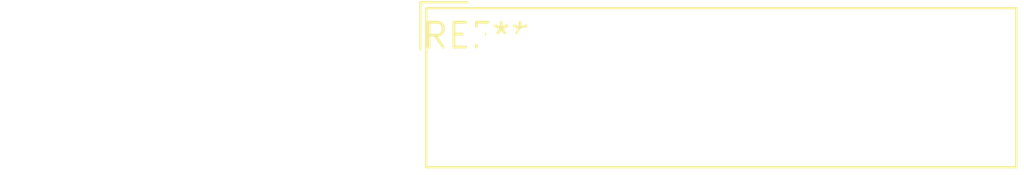
<source format=kicad_pcb>
(kicad_pcb (version 20240108) (generator pcbnew)
  (layers (0 "F.Cu" signal) (31 "B.Cu" signal) (34 "B.Paste" user) (35 "F.Paste" user) (36 "B.SilkS" user "B.Silkscreen") (37 "F.SilkS" user "F.Silkscreen") (38 "B.Mask" user) (39 "F.Mask" user) (44 "Edge.Cuts" user))
  (net 0 "")
  (footprint "Molex_SPOX_5268-11A_1x11_P2.50mm_Horizontal" (layer "F.Cu") (at 0 0)
    (property "Reference" "REF**")
    (property "Value" "Molex_SPOX_5268-11A_1x11_P2.50mm_Horizontal")
    (fp_line (start -2.86 -1.71) (end -0.45 -1.71) (layer "F.SilkS") (stroke (width 0.12)))
    (fp_line (start -2.86 0.7) (end -2.86 -1.71) (layer "F.SilkS") (stroke (width 0.12)))
    (fp_line (start -2.56 -1.41) (end -2.56 6.71) (layer "F.SilkS") (stroke (width 0.12)))
    (fp_line (start -2.56 6.71) (end 27.56 6.71) (layer "F.SilkS") (stroke (width 0.12)))
    (fp_line (start 27.56 -1.41) (end -2.56 -1.41) (layer "F.SilkS") (stroke (width 0.12)))
    (fp_line (start 27.56 6.71) (end 27.56 -1.41) (layer "F.SilkS") (stroke (width 0.12)))
    (pad "1" thru_hole roundrect (at 0 0) (size 1.7 1.85) (drill 0.85) (layers *.Cu *.Mask) (remove_unused_layers) (roundrect_rratio 0.147059))
    (pad "2" thru_hole oval (at 2.5 0) (size 1.7 1.85) (drill 0.85) (layers *.Cu *.Mask) (remove_unused_layers))
    (pad "3" thru_hole oval (at 5 0) (size 1.7 1.85) (drill 0.85) (layers *.Cu *.Mask) (remove_unused_layers))
    (pad "4" thru_hole oval (at 7.5 0) (size 1.7 1.85) (drill 0.85) (layers *.Cu *.Mask) (remove_unused_layers))
    (pad "5" thru_hole oval (at 10 0) (size 1.7 1.85) (drill 0.85) (layers *.Cu *.Mask) (remove_unused_layers))
    (pad "6" thru_hole oval (at 12.5 0) (size 1.7 1.85) (drill 0.85) (layers *.Cu *.Mask) (remove_unused_layers))
    (pad "7" thru_hole oval (at 15 0) (size 1.7 1.85) (drill 0.85) (layers *.Cu *.Mask) (remove_unused_layers))
    (pad "8" thru_hole oval (at 17.5 0) (size 1.7 1.85) (drill 0.85) (layers *.Cu *.Mask) (remove_unused_layers))
    (pad "9" thru_hole oval (at 20 0) (size 1.7 1.85) (drill 0.85) (layers *.Cu *.Mask) (remove_unused_layers))
    (pad "10" thru_hole oval (at 22.5 0) (size 1.7 1.85) (drill 0.85) (layers *.Cu *.Mask) (remove_unused_layers))
    (pad "11" thru_hole oval (at 25 0) (size 1.7 1.85) (drill 0.85) (layers *.Cu *.Mask) (remove_unused_layers))
  )
)
</source>
